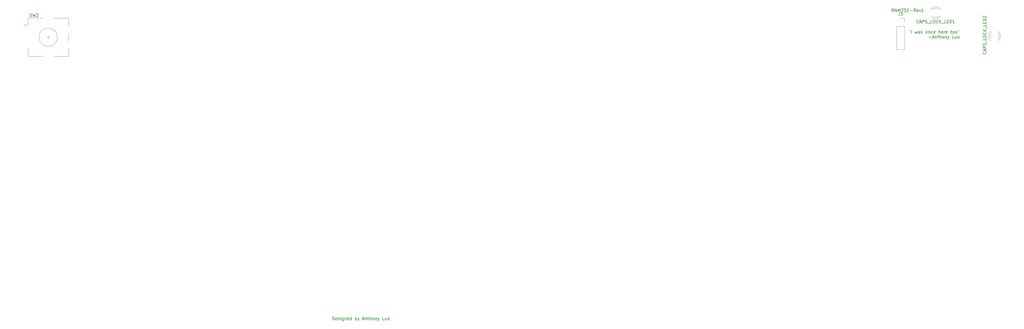
<source format=gbr>
%TF.GenerationSoftware,KiCad,Pcbnew,(5.1.9)-1*%
%TF.CreationDate,2021-05-13T13:18:14-04:00*%
%TF.ProjectId,rnm-75E,726e6d2d-3735-4452-9e6b-696361645f70,rev?*%
%TF.SameCoordinates,Original*%
%TF.FileFunction,Legend,Top*%
%TF.FilePolarity,Positive*%
%FSLAX46Y46*%
G04 Gerber Fmt 4.6, Leading zero omitted, Abs format (unit mm)*
G04 Created by KiCad (PCBNEW (5.1.9)-1) date 2021-05-13 13:18:14*
%MOMM*%
%LPD*%
G01*
G04 APERTURE LIST*
%ADD10C,0.150000*%
%ADD11C,0.120000*%
G04 APERTURE END LIST*
D10*
X619647172Y17247619D02*
X619623363Y17057142D01*
X620028125Y17247619D02*
X620004315Y17057142D01*
X620331696Y16247619D02*
X620456696Y17247619D01*
X621557886Y16914285D02*
X621665029Y16247619D01*
X621915029Y16723809D01*
X622045982Y16247619D01*
X622319791Y16914285D01*
X623045982Y16247619D02*
X623111458Y16771428D01*
X623075744Y16866666D01*
X622986458Y16914285D01*
X622795982Y16914285D01*
X622694791Y16866666D01*
X623051934Y16295238D02*
X622950744Y16247619D01*
X622712648Y16247619D01*
X622623363Y16295238D01*
X622587648Y16390476D01*
X622599553Y16485714D01*
X622659077Y16580952D01*
X622760267Y16628571D01*
X622998363Y16628571D01*
X623099553Y16676190D01*
X623480505Y16295238D02*
X623569791Y16247619D01*
X623760267Y16247619D01*
X623861458Y16295238D01*
X623920982Y16390476D01*
X623926934Y16438095D01*
X623891220Y16533333D01*
X623801934Y16580952D01*
X623659077Y16580952D01*
X623569791Y16628571D01*
X623534077Y16723809D01*
X623540029Y16771428D01*
X623599553Y16866666D01*
X623700744Y16914285D01*
X623843601Y16914285D01*
X623932886Y16866666D01*
X625236458Y16247619D02*
X625147172Y16295238D01*
X625105505Y16342857D01*
X625069791Y16438095D01*
X625105505Y16723809D01*
X625165029Y16819047D01*
X625218601Y16866666D01*
X625319791Y16914285D01*
X625462648Y16914285D01*
X625551934Y16866666D01*
X625593601Y16819047D01*
X625629315Y16723809D01*
X625593601Y16438095D01*
X625534077Y16342857D01*
X625480505Y16295238D01*
X625379315Y16247619D01*
X625236458Y16247619D01*
X626081696Y16914285D02*
X625998363Y16247619D01*
X626069791Y16819047D02*
X626123363Y16866666D01*
X626224553Y16914285D01*
X626367410Y16914285D01*
X626456696Y16866666D01*
X626492410Y16771428D01*
X626426934Y16247619D01*
X627337648Y16295238D02*
X627236458Y16247619D01*
X627045982Y16247619D01*
X626956696Y16295238D01*
X626915029Y16342857D01*
X626879315Y16438095D01*
X626915029Y16723809D01*
X626974553Y16819047D01*
X627028125Y16866666D01*
X627129315Y16914285D01*
X627319791Y16914285D01*
X627409077Y16866666D01*
X628147172Y16295238D02*
X628045982Y16247619D01*
X627855505Y16247619D01*
X627766220Y16295238D01*
X627730505Y16390476D01*
X627778125Y16771428D01*
X627837648Y16866666D01*
X627938839Y16914285D01*
X628129315Y16914285D01*
X628218601Y16866666D01*
X628254315Y16771428D01*
X628242410Y16676190D01*
X627754315Y16580952D01*
X629379315Y16247619D02*
X629504315Y17247619D01*
X629807886Y16247619D02*
X629873363Y16771428D01*
X629837648Y16866666D01*
X629748363Y16914285D01*
X629605505Y16914285D01*
X629504315Y16866666D01*
X629450744Y16819047D01*
X630670982Y16295238D02*
X630569791Y16247619D01*
X630379315Y16247619D01*
X630290029Y16295238D01*
X630254315Y16390476D01*
X630301934Y16771428D01*
X630361458Y16866666D01*
X630462648Y16914285D01*
X630653125Y16914285D01*
X630742410Y16866666D01*
X630778125Y16771428D01*
X630766220Y16676190D01*
X630278125Y16580952D01*
X631141220Y16247619D02*
X631224553Y16914285D01*
X631200744Y16723809D02*
X631260267Y16819047D01*
X631313839Y16866666D01*
X631415029Y16914285D01*
X631510267Y16914285D01*
X632147172Y16295238D02*
X632045982Y16247619D01*
X631855505Y16247619D01*
X631766220Y16295238D01*
X631730505Y16390476D01*
X631778125Y16771428D01*
X631837648Y16866666D01*
X631938839Y16914285D01*
X632129315Y16914285D01*
X632218601Y16866666D01*
X632254315Y16771428D01*
X632242410Y16676190D01*
X631754315Y16580952D01*
X633319791Y16914285D02*
X633700744Y16914285D01*
X633504315Y17247619D02*
X633397172Y16390476D01*
X633432886Y16295238D01*
X633522172Y16247619D01*
X633617410Y16247619D01*
X634093601Y16247619D02*
X634004315Y16295238D01*
X633962648Y16342857D01*
X633926934Y16438095D01*
X633962648Y16723809D01*
X634022172Y16819047D01*
X634075744Y16866666D01*
X634176934Y16914285D01*
X634319791Y16914285D01*
X634409077Y16866666D01*
X634450744Y16819047D01*
X634486458Y16723809D01*
X634450744Y16438095D01*
X634391220Y16342857D01*
X634337648Y16295238D01*
X634236458Y16247619D01*
X634093601Y16247619D01*
X634998363Y16247619D02*
X634909077Y16295238D01*
X634867410Y16342857D01*
X634831696Y16438095D01*
X634867410Y16723809D01*
X634926934Y16819047D01*
X634980505Y16866666D01*
X635081696Y16914285D01*
X635224553Y16914285D01*
X635313839Y16866666D01*
X635355505Y16819047D01*
X635391220Y16723809D01*
X635355505Y16438095D01*
X635295982Y16342857D01*
X635242410Y16295238D01*
X635141220Y16247619D01*
X634998363Y16247619D01*
X635837648Y17247619D02*
X635813839Y17057142D01*
X636218601Y17247619D02*
X636194791Y17057142D01*
X626141220Y14978571D02*
X626903125Y14978571D01*
X627319791Y14883333D02*
X627795982Y14883333D01*
X627188839Y14597619D02*
X627647172Y15597619D01*
X627855505Y14597619D01*
X628272172Y15264285D02*
X628188839Y14597619D01*
X628260267Y15169047D02*
X628313839Y15216666D01*
X628415029Y15264285D01*
X628557886Y15264285D01*
X628647172Y15216666D01*
X628682886Y15121428D01*
X628617410Y14597619D01*
X629034077Y15264285D02*
X629415029Y15264285D01*
X629218601Y15597619D02*
X629111458Y14740476D01*
X629147172Y14645238D01*
X629236458Y14597619D01*
X629331696Y14597619D01*
X629665029Y14597619D02*
X629790029Y15597619D01*
X630093601Y14597619D02*
X630159077Y15121428D01*
X630123363Y15216666D01*
X630034077Y15264285D01*
X629891220Y15264285D01*
X629790029Y15216666D01*
X629736458Y15169047D01*
X630712648Y14597619D02*
X630623363Y14645238D01*
X630581696Y14692857D01*
X630545982Y14788095D01*
X630581696Y15073809D01*
X630641220Y15169047D01*
X630694791Y15216666D01*
X630795982Y15264285D01*
X630938839Y15264285D01*
X631028125Y15216666D01*
X631069791Y15169047D01*
X631105505Y15073809D01*
X631069791Y14788095D01*
X631010267Y14692857D01*
X630956696Y14645238D01*
X630855505Y14597619D01*
X630712648Y14597619D01*
X631557886Y15264285D02*
X631474553Y14597619D01*
X631545982Y15169047D02*
X631599553Y15216666D01*
X631700744Y15264285D01*
X631843601Y15264285D01*
X631932886Y15216666D01*
X631968601Y15121428D01*
X631903125Y14597619D01*
X632367410Y15264285D02*
X632522172Y14597619D01*
X632843601Y15264285D02*
X632522172Y14597619D01*
X632397172Y14359523D01*
X632343601Y14311904D01*
X632242410Y14264285D01*
X634379315Y14597619D02*
X633903125Y14597619D01*
X634028125Y15597619D01*
X635224553Y15264285D02*
X635141220Y14597619D01*
X634795982Y15264285D02*
X634730505Y14740476D01*
X634766220Y14645238D01*
X634855505Y14597619D01*
X634998363Y14597619D01*
X635099553Y14645238D01*
X635153125Y14692857D01*
X635760267Y14597619D02*
X635670982Y14645238D01*
X635629315Y14692857D01*
X635593601Y14788095D01*
X635629315Y15073809D01*
X635688839Y15169047D01*
X635742410Y15216666D01*
X635843601Y15264285D01*
X635986458Y15264285D01*
X636075744Y15216666D01*
X636117410Y15169047D01*
X636153125Y15073809D01*
X636117410Y14788095D01*
X636057886Y14692857D01*
X636004315Y14645238D01*
X635903125Y14597619D01*
X635760267Y14597619D01*
X614529761Y23360119D02*
X614196428Y23836309D01*
X613958333Y23360119D02*
X613958333Y24360119D01*
X614339285Y24360119D01*
X614434523Y24312500D01*
X614482142Y24264880D01*
X614529761Y24169642D01*
X614529761Y24026785D01*
X614482142Y23931547D01*
X614434523Y23883928D01*
X614339285Y23836309D01*
X613958333Y23836309D01*
X614958333Y23360119D02*
X614958333Y24360119D01*
X615529761Y23360119D01*
X615529761Y24360119D01*
X616005952Y23360119D02*
X616005952Y24360119D01*
X616339285Y23645833D01*
X616672619Y24360119D01*
X616672619Y23360119D01*
X617053571Y24360119D02*
X617720238Y24360119D01*
X617291666Y23360119D01*
X618577380Y24360119D02*
X618101190Y24360119D01*
X618053571Y23883928D01*
X618101190Y23931547D01*
X618196428Y23979166D01*
X618434523Y23979166D01*
X618529761Y23931547D01*
X618577380Y23883928D01*
X618625000Y23788690D01*
X618625000Y23550595D01*
X618577380Y23455357D01*
X618529761Y23407738D01*
X618434523Y23360119D01*
X618196428Y23360119D01*
X618101190Y23407738D01*
X618053571Y23455357D01*
X619053571Y23883928D02*
X619386904Y23883928D01*
X619529761Y23360119D02*
X619053571Y23360119D01*
X619053571Y24360119D01*
X619529761Y24360119D01*
X619958333Y23741071D02*
X620720238Y23741071D01*
X621767857Y23360119D02*
X621434523Y23836309D01*
X621196428Y23360119D02*
X621196428Y24360119D01*
X621577380Y24360119D01*
X621672619Y24312500D01*
X621720238Y24264880D01*
X621767857Y24169642D01*
X621767857Y24026785D01*
X621720238Y23931547D01*
X621672619Y23883928D01*
X621577380Y23836309D01*
X621196428Y23836309D01*
X622577380Y23407738D02*
X622482142Y23360119D01*
X622291666Y23360119D01*
X622196428Y23407738D01*
X622148809Y23502976D01*
X622148809Y23883928D01*
X622196428Y23979166D01*
X622291666Y24026785D01*
X622482142Y24026785D01*
X622577380Y23979166D01*
X622625000Y23883928D01*
X622625000Y23788690D01*
X622148809Y23693452D01*
X622958333Y24026785D02*
X623196428Y23360119D01*
X623434523Y24026785D01*
X624339285Y23360119D02*
X623767857Y23360119D01*
X624053571Y23360119D02*
X624053571Y24360119D01*
X623958333Y24217261D01*
X623863095Y24122023D01*
X623767857Y24074404D01*
X429754345Y-78239880D02*
X429754345Y-77239880D01*
X429992440Y-77239880D01*
X430135297Y-77287500D01*
X430230535Y-77382738D01*
X430278154Y-77477976D01*
X430325773Y-77668452D01*
X430325773Y-77811309D01*
X430278154Y-78001785D01*
X430230535Y-78097023D01*
X430135297Y-78192261D01*
X429992440Y-78239880D01*
X429754345Y-78239880D01*
X431135297Y-78192261D02*
X431040059Y-78239880D01*
X430849583Y-78239880D01*
X430754345Y-78192261D01*
X430706726Y-78097023D01*
X430706726Y-77716071D01*
X430754345Y-77620833D01*
X430849583Y-77573214D01*
X431040059Y-77573214D01*
X431135297Y-77620833D01*
X431182916Y-77716071D01*
X431182916Y-77811309D01*
X430706726Y-77906547D01*
X431563869Y-78192261D02*
X431659107Y-78239880D01*
X431849583Y-78239880D01*
X431944821Y-78192261D01*
X431992440Y-78097023D01*
X431992440Y-78049404D01*
X431944821Y-77954166D01*
X431849583Y-77906547D01*
X431706726Y-77906547D01*
X431611488Y-77858928D01*
X431563869Y-77763690D01*
X431563869Y-77716071D01*
X431611488Y-77620833D01*
X431706726Y-77573214D01*
X431849583Y-77573214D01*
X431944821Y-77620833D01*
X432421011Y-78239880D02*
X432421011Y-77573214D01*
X432421011Y-77239880D02*
X432373392Y-77287500D01*
X432421011Y-77335119D01*
X432468630Y-77287500D01*
X432421011Y-77239880D01*
X432421011Y-77335119D01*
X433325773Y-77573214D02*
X433325773Y-78382738D01*
X433278154Y-78477976D01*
X433230535Y-78525595D01*
X433135297Y-78573214D01*
X432992440Y-78573214D01*
X432897202Y-78525595D01*
X433325773Y-78192261D02*
X433230535Y-78239880D01*
X433040059Y-78239880D01*
X432944821Y-78192261D01*
X432897202Y-78144642D01*
X432849583Y-78049404D01*
X432849583Y-77763690D01*
X432897202Y-77668452D01*
X432944821Y-77620833D01*
X433040059Y-77573214D01*
X433230535Y-77573214D01*
X433325773Y-77620833D01*
X433801964Y-77573214D02*
X433801964Y-78239880D01*
X433801964Y-77668452D02*
X433849583Y-77620833D01*
X433944821Y-77573214D01*
X434087678Y-77573214D01*
X434182916Y-77620833D01*
X434230535Y-77716071D01*
X434230535Y-78239880D01*
X435087678Y-78192261D02*
X434992440Y-78239880D01*
X434801964Y-78239880D01*
X434706726Y-78192261D01*
X434659107Y-78097023D01*
X434659107Y-77716071D01*
X434706726Y-77620833D01*
X434801964Y-77573214D01*
X434992440Y-77573214D01*
X435087678Y-77620833D01*
X435135297Y-77716071D01*
X435135297Y-77811309D01*
X434659107Y-77906547D01*
X435992440Y-78239880D02*
X435992440Y-77239880D01*
X435992440Y-78192261D02*
X435897202Y-78239880D01*
X435706726Y-78239880D01*
X435611488Y-78192261D01*
X435563869Y-78144642D01*
X435516250Y-78049404D01*
X435516250Y-77763690D01*
X435563869Y-77668452D01*
X435611488Y-77620833D01*
X435706726Y-77573214D01*
X435897202Y-77573214D01*
X435992440Y-77620833D01*
X437230535Y-78239880D02*
X437230535Y-77239880D01*
X437230535Y-77620833D02*
X437325773Y-77573214D01*
X437516250Y-77573214D01*
X437611488Y-77620833D01*
X437659107Y-77668452D01*
X437706726Y-77763690D01*
X437706726Y-78049404D01*
X437659107Y-78144642D01*
X437611488Y-78192261D01*
X437516250Y-78239880D01*
X437325773Y-78239880D01*
X437230535Y-78192261D01*
X438040059Y-77573214D02*
X438278154Y-78239880D01*
X438516250Y-77573214D02*
X438278154Y-78239880D01*
X438182916Y-78477976D01*
X438135297Y-78525595D01*
X438040059Y-78573214D01*
X439611488Y-77954166D02*
X440087678Y-77954166D01*
X439516250Y-78239880D02*
X439849583Y-77239880D01*
X440182916Y-78239880D01*
X440516250Y-77573214D02*
X440516250Y-78239880D01*
X440516250Y-77668452D02*
X440563869Y-77620833D01*
X440659107Y-77573214D01*
X440801964Y-77573214D01*
X440897202Y-77620833D01*
X440944821Y-77716071D01*
X440944821Y-78239880D01*
X441278154Y-77573214D02*
X441659107Y-77573214D01*
X441421011Y-77239880D02*
X441421011Y-78097023D01*
X441468630Y-78192261D01*
X441563869Y-78239880D01*
X441659107Y-78239880D01*
X441992440Y-78239880D02*
X441992440Y-77239880D01*
X442421011Y-78239880D02*
X442421011Y-77716071D01*
X442373392Y-77620833D01*
X442278154Y-77573214D01*
X442135297Y-77573214D01*
X442040059Y-77620833D01*
X441992440Y-77668452D01*
X443040059Y-78239880D02*
X442944821Y-78192261D01*
X442897202Y-78144642D01*
X442849583Y-78049404D01*
X442849583Y-77763690D01*
X442897202Y-77668452D01*
X442944821Y-77620833D01*
X443040059Y-77573214D01*
X443182916Y-77573214D01*
X443278154Y-77620833D01*
X443325773Y-77668452D01*
X443373392Y-77763690D01*
X443373392Y-78049404D01*
X443325773Y-78144642D01*
X443278154Y-78192261D01*
X443182916Y-78239880D01*
X443040059Y-78239880D01*
X443801964Y-77573214D02*
X443801964Y-78239880D01*
X443801964Y-77668452D02*
X443849583Y-77620833D01*
X443944821Y-77573214D01*
X444087678Y-77573214D01*
X444182916Y-77620833D01*
X444230535Y-77716071D01*
X444230535Y-78239880D01*
X444611488Y-77573214D02*
X444849583Y-78239880D01*
X445087678Y-77573214D02*
X444849583Y-78239880D01*
X444754345Y-78477976D01*
X444706726Y-78525595D01*
X444611488Y-78573214D01*
X446706726Y-78239880D02*
X446230535Y-78239880D01*
X446230535Y-77239880D01*
X447468630Y-77573214D02*
X447468630Y-78239880D01*
X447040059Y-77573214D02*
X447040059Y-78097023D01*
X447087678Y-78192261D01*
X447182916Y-78239880D01*
X447325773Y-78239880D01*
X447421011Y-78192261D01*
X447468630Y-78144642D01*
X448087678Y-78239880D02*
X447992440Y-78192261D01*
X447944821Y-78144642D01*
X447897202Y-78049404D01*
X447897202Y-77763690D01*
X447944821Y-77668452D01*
X447992440Y-77620833D01*
X448087678Y-77573214D01*
X448230535Y-77573214D01*
X448325773Y-77620833D01*
X448373392Y-77668452D01*
X448421011Y-77763690D01*
X448421011Y-78049404D01*
X448373392Y-78144642D01*
X448325773Y-78192261D01*
X448230535Y-78239880D01*
X448087678Y-78239880D01*
D11*
%TO.C,CAPS_LOCK_LED2*%
X646620163Y14357620D02*
G75*
G02*
X646620000Y16439711I1079837J1041130D01*
G01*
X648779837Y14357620D02*
G75*
G03*
X648780000Y16439711I-1079837J1041130D01*
G01*
X646621392Y13726415D02*
G75*
G02*
X646464484Y16958750I1078608J1672335D01*
G01*
X648778608Y13726415D02*
G75*
G03*
X648935516Y16958750I-1078608J1672335D01*
G01*
X648936000Y16958750D02*
X648780000Y16958750D01*
X646620000Y16958750D02*
X646464000Y16958750D01*
%TO.C,CAPS_LOCK_LED1*%
X627291370Y24098587D02*
G75*
G02*
X629373461Y24098750I1041130J-1079837D01*
G01*
X627291370Y21938913D02*
G75*
G03*
X629373461Y21938750I1041130J1079837D01*
G01*
X626660165Y24097358D02*
G75*
G02*
X629892500Y24254266I1672335J-1078608D01*
G01*
X626660165Y21940142D02*
G75*
G03*
X629892500Y21783234I1672335J1078608D01*
G01*
X629892500Y21782750D02*
X629892500Y21938750D01*
X629892500Y24098750D02*
X629892500Y24254750D01*
%TO.C,J3*%
X615413750Y18573750D02*
X618073750Y18573750D01*
X615413750Y18573750D02*
X615413750Y10893750D01*
X615413750Y10893750D02*
X618073750Y10893750D01*
X618073750Y18573750D02*
X618073750Y10893750D01*
X618073750Y21173750D02*
X618073750Y19843750D01*
X616743750Y21173750D02*
X618073750Y21173750D01*
%TO.C,SW2*%
X335612500Y14962500D02*
X336612500Y14962500D01*
X336112500Y15462500D02*
X336112500Y14462500D01*
X342812500Y11262500D02*
X342812500Y8662500D01*
X342812500Y16262500D02*
X342812500Y13662500D01*
X342812500Y21262500D02*
X342812500Y18662500D01*
X328912500Y19062500D02*
X328612500Y18762500D01*
X328312500Y19062500D02*
X328912500Y19062500D01*
X328612500Y18762500D02*
X328312500Y19062500D01*
X329412500Y21262500D02*
X329412500Y18762500D01*
X334212500Y21262500D02*
X329412500Y21262500D01*
X329412500Y8662500D02*
X329412500Y11462500D01*
X334312500Y8662500D02*
X329412500Y8662500D01*
X342812500Y8662500D02*
X337912500Y8662500D01*
X337912500Y21262500D02*
X342812500Y21262500D01*
X339112500Y14962500D02*
G75*
G03*
X339112500Y14962500I-3000000J0D01*
G01*
%TO.C,CAPS_LOCK_LED2*%
D10*
X644882142Y10097202D02*
X644929761Y10049583D01*
X644977380Y9906726D01*
X644977380Y9811488D01*
X644929761Y9668630D01*
X644834523Y9573392D01*
X644739285Y9525773D01*
X644548809Y9478154D01*
X644405952Y9478154D01*
X644215476Y9525773D01*
X644120238Y9573392D01*
X644025000Y9668630D01*
X643977380Y9811488D01*
X643977380Y9906726D01*
X644025000Y10049583D01*
X644072619Y10097202D01*
X644691666Y10478154D02*
X644691666Y10954345D01*
X644977380Y10382916D02*
X643977380Y10716250D01*
X644977380Y11049583D01*
X644977380Y11382916D02*
X643977380Y11382916D01*
X643977380Y11763869D01*
X644025000Y11859107D01*
X644072619Y11906726D01*
X644167857Y11954345D01*
X644310714Y11954345D01*
X644405952Y11906726D01*
X644453571Y11859107D01*
X644501190Y11763869D01*
X644501190Y11382916D01*
X644929761Y12335297D02*
X644977380Y12478154D01*
X644977380Y12716250D01*
X644929761Y12811488D01*
X644882142Y12859107D01*
X644786904Y12906726D01*
X644691666Y12906726D01*
X644596428Y12859107D01*
X644548809Y12811488D01*
X644501190Y12716250D01*
X644453571Y12525773D01*
X644405952Y12430535D01*
X644358333Y12382916D01*
X644263095Y12335297D01*
X644167857Y12335297D01*
X644072619Y12382916D01*
X644025000Y12430535D01*
X643977380Y12525773D01*
X643977380Y12763869D01*
X644025000Y12906726D01*
X645072619Y13097202D02*
X645072619Y13859107D01*
X644977380Y14573392D02*
X644977380Y14097202D01*
X643977380Y14097202D01*
X643977380Y15097202D02*
X643977380Y15287678D01*
X644025000Y15382916D01*
X644120238Y15478154D01*
X644310714Y15525773D01*
X644644047Y15525773D01*
X644834523Y15478154D01*
X644929761Y15382916D01*
X644977380Y15287678D01*
X644977380Y15097202D01*
X644929761Y15001964D01*
X644834523Y14906726D01*
X644644047Y14859107D01*
X644310714Y14859107D01*
X644120238Y14906726D01*
X644025000Y15001964D01*
X643977380Y15097202D01*
X644882142Y16525773D02*
X644929761Y16478154D01*
X644977380Y16335297D01*
X644977380Y16240059D01*
X644929761Y16097202D01*
X644834523Y16001964D01*
X644739285Y15954345D01*
X644548809Y15906726D01*
X644405952Y15906726D01*
X644215476Y15954345D01*
X644120238Y16001964D01*
X644025000Y16097202D01*
X643977380Y16240059D01*
X643977380Y16335297D01*
X644025000Y16478154D01*
X644072619Y16525773D01*
X644977380Y16954345D02*
X643977380Y16954345D01*
X644977380Y17525773D02*
X644405952Y17097202D01*
X643977380Y17525773D02*
X644548809Y16954345D01*
X645072619Y17716250D02*
X645072619Y18478154D01*
X644977380Y19192440D02*
X644977380Y18716250D01*
X643977380Y18716250D01*
X644453571Y19525773D02*
X644453571Y19859107D01*
X644977380Y20001964D02*
X644977380Y19525773D01*
X643977380Y19525773D01*
X643977380Y20001964D01*
X644977380Y20430535D02*
X643977380Y20430535D01*
X643977380Y20668630D01*
X644025000Y20811488D01*
X644120238Y20906726D01*
X644215476Y20954345D01*
X644405952Y21001964D01*
X644548809Y21001964D01*
X644739285Y20954345D01*
X644834523Y20906726D01*
X644929761Y20811488D01*
X644977380Y20668630D01*
X644977380Y20430535D01*
X644072619Y21382916D02*
X644025000Y21430535D01*
X643977380Y21525773D01*
X643977380Y21763869D01*
X644025000Y21859107D01*
X644072619Y21906726D01*
X644167857Y21954345D01*
X644263095Y21954345D01*
X644405952Y21906726D01*
X644977380Y21335297D01*
X644977380Y21954345D01*
%TO.C,CAPS_LOCK_LED1*%
X622713452Y19701607D02*
X622665833Y19653988D01*
X622522976Y19606369D01*
X622427738Y19606369D01*
X622284880Y19653988D01*
X622189642Y19749226D01*
X622142023Y19844464D01*
X622094404Y20034940D01*
X622094404Y20177797D01*
X622142023Y20368273D01*
X622189642Y20463511D01*
X622284880Y20558750D01*
X622427738Y20606369D01*
X622522976Y20606369D01*
X622665833Y20558750D01*
X622713452Y20511130D01*
X623094404Y19892083D02*
X623570595Y19892083D01*
X622999166Y19606369D02*
X623332500Y20606369D01*
X623665833Y19606369D01*
X623999166Y19606369D02*
X623999166Y20606369D01*
X624380119Y20606369D01*
X624475357Y20558750D01*
X624522976Y20511130D01*
X624570595Y20415892D01*
X624570595Y20273035D01*
X624522976Y20177797D01*
X624475357Y20130178D01*
X624380119Y20082559D01*
X623999166Y20082559D01*
X624951547Y19653988D02*
X625094404Y19606369D01*
X625332500Y19606369D01*
X625427738Y19653988D01*
X625475357Y19701607D01*
X625522976Y19796845D01*
X625522976Y19892083D01*
X625475357Y19987321D01*
X625427738Y20034940D01*
X625332500Y20082559D01*
X625142023Y20130178D01*
X625046785Y20177797D01*
X624999166Y20225416D01*
X624951547Y20320654D01*
X624951547Y20415892D01*
X624999166Y20511130D01*
X625046785Y20558750D01*
X625142023Y20606369D01*
X625380119Y20606369D01*
X625522976Y20558750D01*
X625713452Y19511130D02*
X626475357Y19511130D01*
X627189642Y19606369D02*
X626713452Y19606369D01*
X626713452Y20606369D01*
X627713452Y20606369D02*
X627903928Y20606369D01*
X627999166Y20558750D01*
X628094404Y20463511D01*
X628142023Y20273035D01*
X628142023Y19939702D01*
X628094404Y19749226D01*
X627999166Y19653988D01*
X627903928Y19606369D01*
X627713452Y19606369D01*
X627618214Y19653988D01*
X627522976Y19749226D01*
X627475357Y19939702D01*
X627475357Y20273035D01*
X627522976Y20463511D01*
X627618214Y20558750D01*
X627713452Y20606369D01*
X629142023Y19701607D02*
X629094404Y19653988D01*
X628951547Y19606369D01*
X628856309Y19606369D01*
X628713452Y19653988D01*
X628618214Y19749226D01*
X628570595Y19844464D01*
X628522976Y20034940D01*
X628522976Y20177797D01*
X628570595Y20368273D01*
X628618214Y20463511D01*
X628713452Y20558750D01*
X628856309Y20606369D01*
X628951547Y20606369D01*
X629094404Y20558750D01*
X629142023Y20511130D01*
X629570595Y19606369D02*
X629570595Y20606369D01*
X630142023Y19606369D02*
X629713452Y20177797D01*
X630142023Y20606369D02*
X629570595Y20034940D01*
X630332500Y19511130D02*
X631094404Y19511130D01*
X631808690Y19606369D02*
X631332500Y19606369D01*
X631332500Y20606369D01*
X632142023Y20130178D02*
X632475357Y20130178D01*
X632618214Y19606369D02*
X632142023Y19606369D01*
X632142023Y20606369D01*
X632618214Y20606369D01*
X633046785Y19606369D02*
X633046785Y20606369D01*
X633284880Y20606369D01*
X633427738Y20558750D01*
X633522976Y20463511D01*
X633570595Y20368273D01*
X633618214Y20177797D01*
X633618214Y20034940D01*
X633570595Y19844464D01*
X633522976Y19749226D01*
X633427738Y19653988D01*
X633284880Y19606369D01*
X633046785Y19606369D01*
X634570595Y19606369D02*
X633999166Y19606369D01*
X634284880Y19606369D02*
X634284880Y20606369D01*
X634189642Y20463511D01*
X634094404Y20368273D01*
X633999166Y20320654D01*
%TO.C,J3*%
X616410416Y23161369D02*
X616410416Y22447083D01*
X616362797Y22304226D01*
X616267559Y22208988D01*
X616124702Y22161369D01*
X616029464Y22161369D01*
X616791369Y23161369D02*
X617410416Y23161369D01*
X617077083Y22780416D01*
X617219940Y22780416D01*
X617315178Y22732797D01*
X617362797Y22685178D01*
X617410416Y22589940D01*
X617410416Y22351845D01*
X617362797Y22256607D01*
X617315178Y22208988D01*
X617219940Y22161369D01*
X616934226Y22161369D01*
X616838988Y22208988D01*
X616791369Y22256607D01*
%TO.C,SW2*%
X330079166Y21757738D02*
X330222023Y21710119D01*
X330460119Y21710119D01*
X330555357Y21757738D01*
X330602976Y21805357D01*
X330650595Y21900595D01*
X330650595Y21995833D01*
X330602976Y22091071D01*
X330555357Y22138690D01*
X330460119Y22186309D01*
X330269642Y22233928D01*
X330174404Y22281547D01*
X330126785Y22329166D01*
X330079166Y22424404D01*
X330079166Y22519642D01*
X330126785Y22614880D01*
X330174404Y22662500D01*
X330269642Y22710119D01*
X330507738Y22710119D01*
X330650595Y22662500D01*
X330983928Y22710119D02*
X331222023Y21710119D01*
X331412500Y22424404D01*
X331602976Y21710119D01*
X331841071Y22710119D01*
X332174404Y22614880D02*
X332222023Y22662500D01*
X332317261Y22710119D01*
X332555357Y22710119D01*
X332650595Y22662500D01*
X332698214Y22614880D01*
X332745833Y22519642D01*
X332745833Y22424404D01*
X332698214Y22281547D01*
X332126785Y21710119D01*
X332745833Y21710119D01*
%TD*%
M02*

</source>
